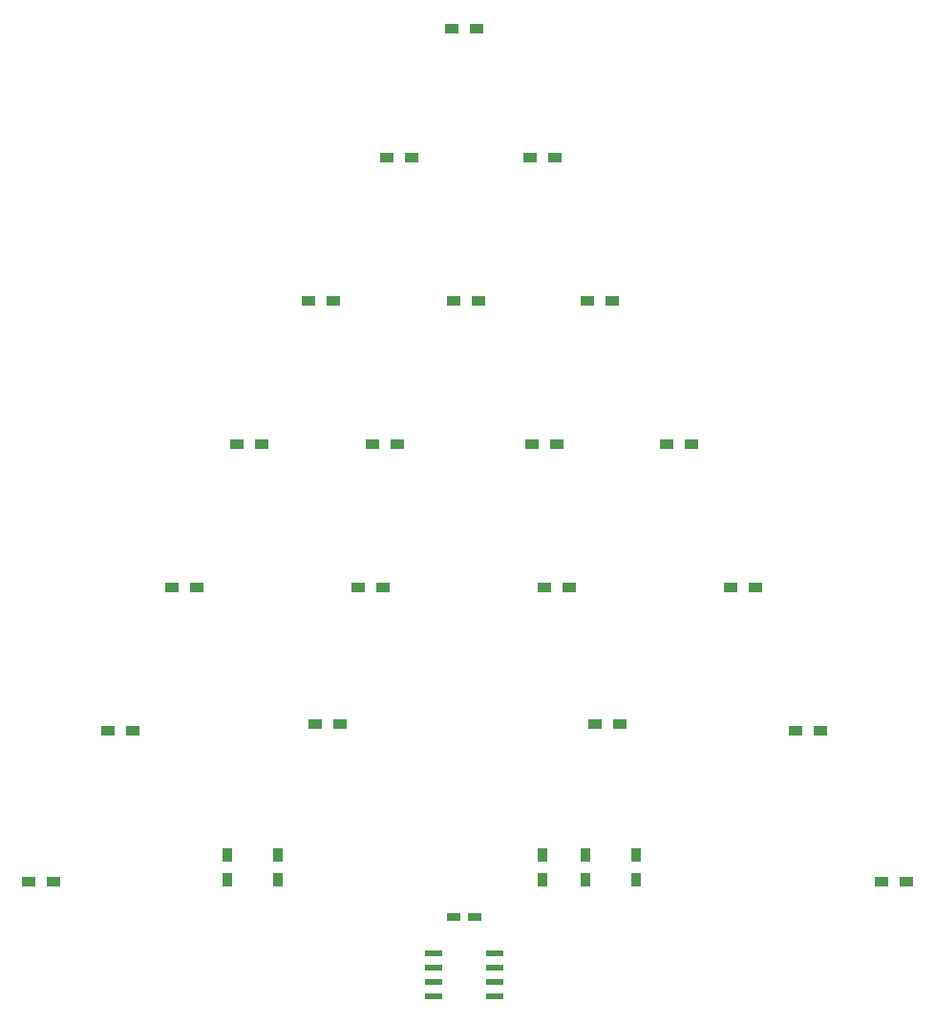
<source format=gbr>
G04 #@! TF.GenerationSoftware,KiCad,Pcbnew,5.0.1-33cea8e~68~ubuntu18.04.1*
G04 #@! TF.CreationDate,2018-11-21T15:29:58-05:00*
G04 #@! TF.ProjectId,Christmas_2018,4368726973746D61735F323031382E6B,A1*
G04 #@! TF.SameCoordinates,Original*
G04 #@! TF.FileFunction,Paste,Top*
G04 #@! TF.FilePolarity,Positive*
%FSLAX46Y46*%
G04 Gerber Fmt 4.6, Leading zero omitted, Abs format (unit mm)*
G04 Created by KiCad (PCBNEW 5.0.1-33cea8e~68~ubuntu18.04.1) date Wed 21 Nov 2018 03:29:58 PM EST*
%MOMM*%
%LPD*%
G01*
G04 APERTURE LIST*
%ADD10R,1.200000X0.750000*%
%ADD11R,1.200000X0.900000*%
%ADD12R,0.900000X1.200000*%
%ADD13R,1.550000X0.600000*%
G04 APERTURE END LIST*
D10*
G04 #@! TO.C,C1*
X134300000Y-121920000D03*
X132400000Y-121920000D03*
G04 #@! TD*
D11*
G04 #@! TO.C,D1*
X96985000Y-118745000D03*
X94785000Y-118745000D03*
G04 #@! TD*
G04 #@! TO.C,D2*
X103970000Y-105410000D03*
X101770000Y-105410000D03*
G04 #@! TD*
G04 #@! TO.C,D3*
X109685000Y-92710000D03*
X107485000Y-92710000D03*
G04 #@! TD*
G04 #@! TO.C,D4*
X113200000Y-80010000D03*
X115400000Y-80010000D03*
G04 #@! TD*
G04 #@! TO.C,D5*
X121750000Y-67310000D03*
X119550000Y-67310000D03*
G04 #@! TD*
G04 #@! TO.C,D6*
X126535000Y-54610000D03*
X128735000Y-54610000D03*
G04 #@! TD*
G04 #@! TO.C,D7*
X132250000Y-43180000D03*
X134450000Y-43180000D03*
G04 #@! TD*
G04 #@! TO.C,D8*
X141435000Y-54610000D03*
X139235000Y-54610000D03*
G04 #@! TD*
G04 #@! TO.C,D9*
X146515000Y-67310000D03*
X144315000Y-67310000D03*
G04 #@! TD*
G04 #@! TO.C,D10*
X151300000Y-80010000D03*
X153500000Y-80010000D03*
G04 #@! TD*
G04 #@! TO.C,D11*
X159215000Y-92710000D03*
X157015000Y-92710000D03*
G04 #@! TD*
G04 #@! TO.C,D12*
X162730000Y-105410000D03*
X164930000Y-105410000D03*
G04 #@! TD*
G04 #@! TO.C,D13*
X172550000Y-118745000D03*
X170350000Y-118745000D03*
G04 #@! TD*
G04 #@! TO.C,D14*
X140505000Y-92710000D03*
X142705000Y-92710000D03*
G04 #@! TD*
G04 #@! TO.C,D15*
X134620000Y-67310000D03*
X132420000Y-67310000D03*
G04 #@! TD*
G04 #@! TO.C,D16*
X139405000Y-80010000D03*
X141605000Y-80010000D03*
G04 #@! TD*
G04 #@! TO.C,D17*
X122385000Y-104775000D03*
X120185000Y-104775000D03*
G04 #@! TD*
G04 #@! TO.C,D18*
X123995000Y-92710000D03*
X126195000Y-92710000D03*
G04 #@! TD*
G04 #@! TO.C,D19*
X127465000Y-80010000D03*
X125265000Y-80010000D03*
G04 #@! TD*
G04 #@! TO.C,D20*
X144950000Y-104775000D03*
X147150000Y-104775000D03*
G04 #@! TD*
D12*
G04 #@! TO.C,R1*
X116840000Y-118575000D03*
X116840000Y-116375000D03*
G04 #@! TD*
G04 #@! TO.C,R2*
X112395000Y-116375000D03*
X112395000Y-118575000D03*
G04 #@! TD*
G04 #@! TO.C,R3*
X148590000Y-118575000D03*
X148590000Y-116375000D03*
G04 #@! TD*
G04 #@! TO.C,R4*
X144145000Y-116375000D03*
X144145000Y-118575000D03*
G04 #@! TD*
G04 #@! TO.C,R5*
X140335000Y-118575000D03*
X140335000Y-116375000D03*
G04 #@! TD*
D13*
G04 #@! TO.C,U1*
X136050000Y-125095000D03*
X136050000Y-126365000D03*
X136050000Y-127635000D03*
X136050000Y-128905000D03*
X130650000Y-128905000D03*
X130650000Y-127635000D03*
X130650000Y-126365000D03*
X130650000Y-125095000D03*
G04 #@! TD*
M02*

</source>
